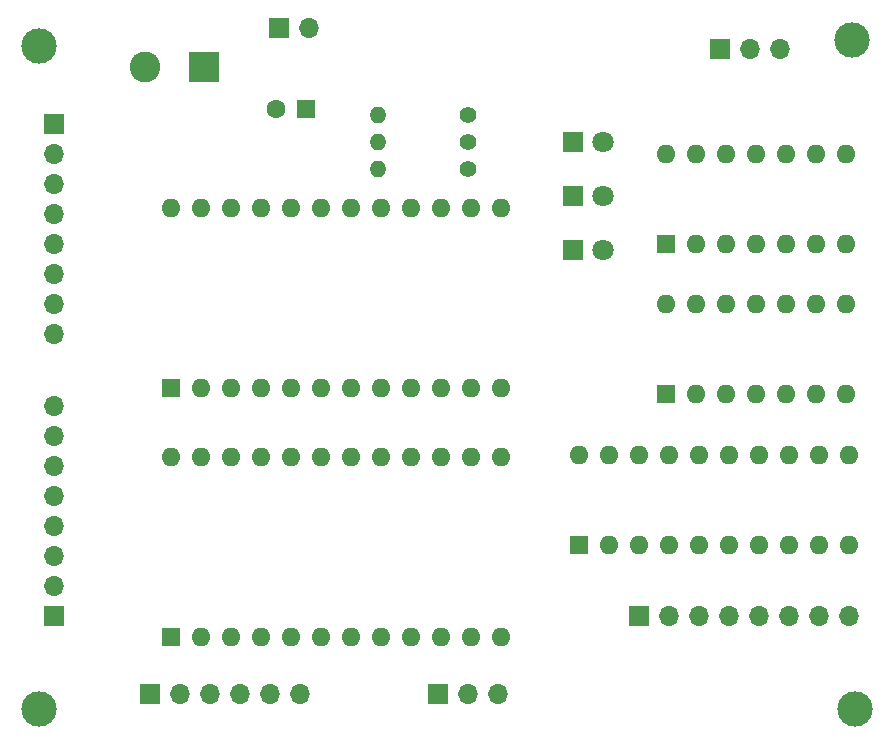
<source format=gbr>
%TF.GenerationSoftware,KiCad,Pcbnew,(5.1.9-0-10_14)*%
%TF.CreationDate,2021-05-10T01:07:37-04:00*%
%TF.ProjectId,ALU-SIMPLIFIED,414c552d-5349-44d5-904c-49464945442e,rev?*%
%TF.SameCoordinates,Original*%
%TF.FileFunction,Soldermask,Bot*%
%TF.FilePolarity,Negative*%
%FSLAX46Y46*%
G04 Gerber Fmt 4.6, Leading zero omitted, Abs format (unit mm)*
G04 Created by KiCad (PCBNEW (5.1.9-0-10_14)) date 2021-05-10 01:07:37*
%MOMM*%
%LPD*%
G01*
G04 APERTURE LIST*
%ADD10O,1.600000X1.600000*%
%ADD11R,1.600000X1.600000*%
%ADD12O,1.700000X1.700000*%
%ADD13R,1.700000X1.700000*%
%ADD14C,3.000000*%
%ADD15C,1.400000*%
%ADD16O,1.400000X1.400000*%
%ADD17C,2.600000*%
%ADD18R,2.600000X2.600000*%
%ADD19C,1.800000*%
%ADD20R,1.800000X1.800000*%
%ADD21C,1.600000*%
G04 APERTURE END LIST*
D10*
%TO.C,U5*%
X172724000Y-132962000D03*
X195584000Y-140582000D03*
X175264000Y-132962000D03*
X193044000Y-140582000D03*
X177804000Y-132962000D03*
X190504000Y-140582000D03*
X180344000Y-132962000D03*
X187964000Y-140582000D03*
X182884000Y-132962000D03*
X185424000Y-140582000D03*
X185424000Y-132962000D03*
X182884000Y-140582000D03*
X187964000Y-132962000D03*
X180344000Y-140582000D03*
X190504000Y-132962000D03*
X177804000Y-140582000D03*
X193044000Y-132962000D03*
X175264000Y-140582000D03*
X195584000Y-132962000D03*
D11*
X172724000Y-140582000D03*
%TD*%
D12*
%TO.C,J3*%
X195580000Y-146558000D03*
X193040000Y-146558000D03*
X190500000Y-146558000D03*
X187960000Y-146558000D03*
X185420000Y-146558000D03*
X182880000Y-146558000D03*
X180340000Y-146558000D03*
D13*
X177800000Y-146558000D03*
%TD*%
D12*
%TO.C,J6*%
X149098000Y-153162000D03*
X146558000Y-153162000D03*
X144018000Y-153162000D03*
X141478000Y-153162000D03*
X138938000Y-153162000D03*
D13*
X136398000Y-153162000D03*
%TD*%
D12*
%TO.C,J7*%
X189738000Y-98552000D03*
X187198000Y-98552000D03*
D13*
X184658000Y-98552000D03*
%TD*%
D10*
%TO.C,U3*%
X180086000Y-107442000D03*
X195326000Y-115062000D03*
X182626000Y-107442000D03*
X192786000Y-115062000D03*
X185166000Y-107442000D03*
X190246000Y-115062000D03*
X187706000Y-107442000D03*
X187706000Y-115062000D03*
X190246000Y-107442000D03*
X185166000Y-115062000D03*
X192786000Y-107442000D03*
X182626000Y-115062000D03*
X195326000Y-107442000D03*
D11*
X180086000Y-115062000D03*
%TD*%
D10*
%TO.C,U4*%
X180086000Y-120142000D03*
X195326000Y-127762000D03*
X182626000Y-120142000D03*
X192786000Y-127762000D03*
X185166000Y-120142000D03*
X190246000Y-127762000D03*
X187706000Y-120142000D03*
X187706000Y-127762000D03*
X190246000Y-120142000D03*
X185166000Y-127762000D03*
X192786000Y-120142000D03*
X182626000Y-127762000D03*
X195326000Y-120142000D03*
D11*
X180086000Y-127762000D03*
%TD*%
D12*
%TO.C,J8*%
X165862000Y-153162000D03*
X163322000Y-153162000D03*
D13*
X160782000Y-153162000D03*
%TD*%
D14*
%TO.C,REF\u002A\u002A*%
X195834000Y-97790000D03*
%TD*%
%TO.C,REF\u002A\u002A*%
X196088000Y-154432000D03*
%TD*%
%TO.C,REF\u002A\u002A*%
X127000000Y-154432000D03*
%TD*%
%TO.C,REF\u002A\u002A*%
X127000000Y-98298000D03*
%TD*%
D10*
%TO.C,U2*%
X138176000Y-133096000D03*
X166116000Y-148336000D03*
X140716000Y-133096000D03*
X163576000Y-148336000D03*
X143256000Y-133096000D03*
X161036000Y-148336000D03*
X145796000Y-133096000D03*
X158496000Y-148336000D03*
X148336000Y-133096000D03*
X155956000Y-148336000D03*
X150876000Y-133096000D03*
X153416000Y-148336000D03*
X153416000Y-133096000D03*
X150876000Y-148336000D03*
X155956000Y-133096000D03*
X148336000Y-148336000D03*
X158496000Y-133096000D03*
X145796000Y-148336000D03*
X161036000Y-133096000D03*
X143256000Y-148336000D03*
X163576000Y-133096000D03*
X140716000Y-148336000D03*
X166116000Y-133096000D03*
D11*
X138176000Y-148336000D03*
%TD*%
D10*
%TO.C,U1*%
X138176000Y-112014000D03*
X166116000Y-127254000D03*
X140716000Y-112014000D03*
X163576000Y-127254000D03*
X143256000Y-112014000D03*
X161036000Y-127254000D03*
X145796000Y-112014000D03*
X158496000Y-127254000D03*
X148336000Y-112014000D03*
X155956000Y-127254000D03*
X150876000Y-112014000D03*
X153416000Y-127254000D03*
X153416000Y-112014000D03*
X150876000Y-127254000D03*
X155956000Y-112014000D03*
X148336000Y-127254000D03*
X158496000Y-112014000D03*
X145796000Y-127254000D03*
X161036000Y-112014000D03*
X143256000Y-127254000D03*
X163576000Y-112014000D03*
X140716000Y-127254000D03*
X166116000Y-112014000D03*
D11*
X138176000Y-127254000D03*
%TD*%
D15*
%TO.C,R4*%
X163322000Y-108712000D03*
D16*
X155702000Y-108712000D03*
%TD*%
D15*
%TO.C,R3*%
X163322000Y-106426000D03*
D16*
X155702000Y-106426000D03*
%TD*%
D15*
%TO.C,R1*%
X163322000Y-104140000D03*
D16*
X155702000Y-104140000D03*
%TD*%
D12*
%TO.C,J5*%
X128270000Y-122682000D03*
X128270000Y-120142000D03*
X128270000Y-117602000D03*
X128270000Y-115062000D03*
X128270000Y-112522000D03*
X128270000Y-109982000D03*
X128270000Y-107442000D03*
D13*
X128270000Y-104902000D03*
%TD*%
D12*
%TO.C,J4*%
X128270000Y-128778000D03*
X128270000Y-131318000D03*
X128270000Y-133858000D03*
X128270000Y-136398000D03*
X128270000Y-138938000D03*
X128270000Y-141478000D03*
X128270000Y-144018000D03*
D13*
X128270000Y-146558000D03*
%TD*%
D17*
%TO.C,J2*%
X135970000Y-100076000D03*
D18*
X140970000Y-100076000D03*
%TD*%
D12*
%TO.C,J1*%
X149860000Y-96774000D03*
D13*
X147320000Y-96774000D03*
%TD*%
D19*
%TO.C,D4*%
X174752000Y-115570000D03*
D20*
X172212000Y-115570000D03*
%TD*%
D19*
%TO.C,D3*%
X174752000Y-110998000D03*
D20*
X172212000Y-110998000D03*
%TD*%
D19*
%TO.C,D1*%
X174752000Y-106426000D03*
D20*
X172212000Y-106426000D03*
%TD*%
D21*
%TO.C,C1*%
X147106000Y-103632000D03*
D11*
X149606000Y-103632000D03*
%TD*%
M02*

</source>
